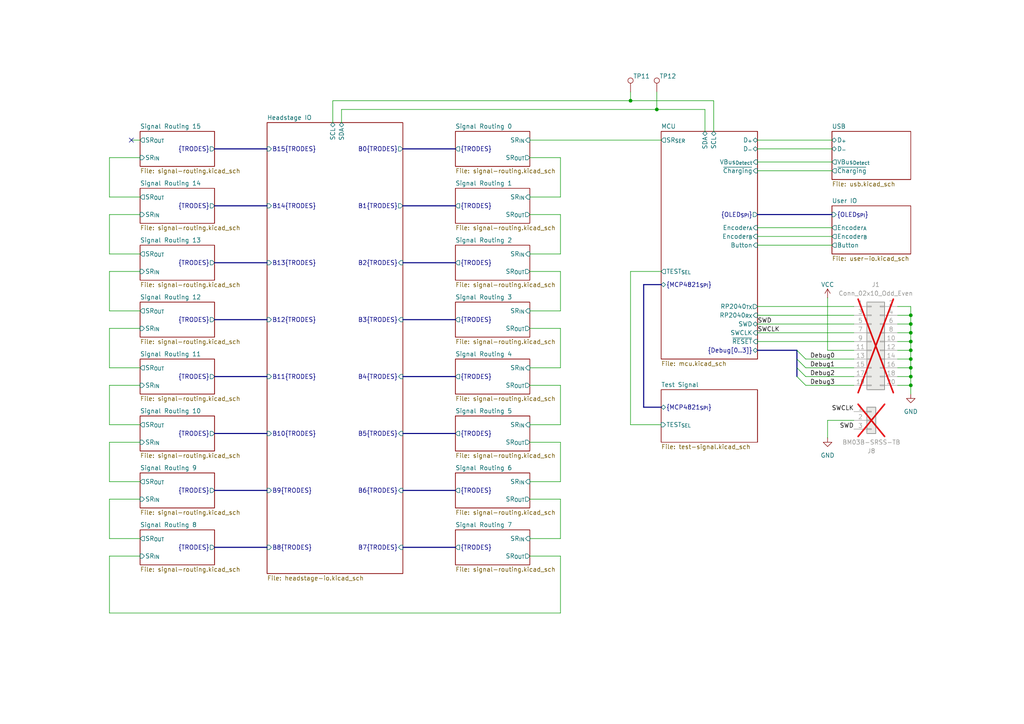
<source format=kicad_sch>
(kicad_sch (version 20231120) (generator "eeschema") (generator_version "8.0")
  (paper "A4")
  (title_block (title "Extracellular Electrophysiology Test Board") (rev "A") (company "Open Ephys, Inc") (comment 1 "Jonathan P. Newman"))
  (lib_symbols
    (symbol "Connector:TestPoint" (pin_numbers hide) (pin_names (offset 0.762) hide)
      (property "Reference" "TP" (at 0 6.858 0))
      (property "Value" "TestPoint" (at 0 5.08 0))
      (symbol "TestPoint_0_1"
        (circle (center 0 3.302) (radius 0.762))
      )
      (symbol "TestPoint_1_1"
        (pin passive line (at 0 0 90) (length 2.54) (name "1") (number "1"))
      )
    )
    (symbol "Connector_Generic:Conn_01x03" (pin_names (offset 1.016) hide)
      (property "Reference" "J" (at 0 5.08 0))
      (property "Value" "Conn_01x03" (at 0 -5.08 0))
      (symbol "Conn_01x03_1_1"
        (rectangle (start -1.27 -2.413) (end 0 -2.667) (stroke (width 0.1524)))
        (rectangle (start -1.27 0.127) (end 0 -0.127) (stroke (width 0.1524)))
        (rectangle (start -1.27 2.667) (end 0 2.413) (stroke (width 0.1524)))
        (rectangle (start -1.27 3.81) (end 1.27 -3.81) (stroke (width 0.254)) (fill (type background)))
        (pin passive line (at -5.08 2.54 0) (length 3.81) (name "Pin_1") (number "1"))
        (pin passive line (at -5.08 0 0) (length 3.81) (name "Pin_2") (number "2"))
        (pin passive line (at -5.08 -2.54 0) (length 3.81) (name "Pin_3") (number "3"))
      )
    )
    (symbol "Connector_Generic:Conn_02x10_Odd_Even" (pin_names (offset 1.016) hide)
      (property "Reference" "J" (at 1.27 12.7 0))
      (property "Value" "Conn_02x10_Odd_Even" (at 1.27 -15.24 0))
      (symbol "Conn_02x10_Odd_Even_1_1"
        (rectangle (start -1.27 -12.573) (end 0 -12.827) (stroke (width 0.1524)))
        (rectangle (start -1.27 -10.033) (end 0 -10.287) (stroke (width 0.1524)))
        (rectangle (start -1.27 -7.493) (end 0 -7.747) (stroke (width 0.1524)))
        (rectangle (start -1.27 -4.953) (end 0 -5.207) (stroke (width 0.1524)))
        (rectangle (start -1.27 -2.413) (end 0 -2.667) (stroke (width 0.1524)))
        (rectangle (start -1.27 0.127) (end 0 -0.127) (stroke (width 0.1524)))
        (rectangle (start -1.27 2.667) (end 0 2.413) (stroke (width 0.1524)))
        (rectangle (start -1.27 5.207) (end 0 4.953) (stroke (width 0.1524)))
        (rectangle (start -1.27 7.747) (end 0 7.493) (stroke (width 0.1524)))
        (rectangle (start -1.27 10.287) (end 0 10.033) (stroke (width 0.1524)))
        (rectangle (start -1.27 11.43) (end 3.81 -13.97) (stroke (width 0.254)) (fill (type background)))
        (rectangle (start 3.81 -12.573) (end 2.54 -12.827) (stroke (width 0.1524)))
        (rectangle (start 3.81 -10.033) (end 2.54 -10.287) (stroke (width 0.1524)))
        (rectangle (start 3.81 -7.493) (end 2.54 -7.747) (stroke (width 0.1524)))
        (rectangle (start 3.81 -4.953) (end 2.54 -5.207) (stroke (width 0.1524)))
        (rectangle (start 3.81 -2.413) (end 2.54 -2.667) (stroke (width 0.1524)))
        (rectangle (start 3.81 0.127) (end 2.54 -0.127) (stroke (width 0.1524)))
        (rectangle (start 3.81 2.667) (end 2.54 2.413) (stroke (width 0.1524)))
        (rectangle (start 3.81 5.207) (end 2.54 4.953) (stroke (width 0.1524)))
        (rectangle (start 3.81 7.747) (end 2.54 7.493) (stroke (width 0.1524)))
        (rectangle (start 3.81 10.287) (end 2.54 10.033) (stroke (width 0.1524)))
        (pin passive line (at -5.08 10.16 0) (length 3.81) (name "Pin_1") (number "1"))
        (pin passive line (at 7.62 0 180) (length 3.81) (name "Pin_10") (number "10"))
        (pin passive line (at -5.08 -2.54 0) (length 3.81) (name "Pin_11") (number "11"))
        (pin passive line (at 7.62 -2.54 180) (length 3.81) (name "Pin_12") (number "12"))
        (pin passive line (at -5.08 -5.08 0) (length 3.81) (name "Pin_13") (number "13"))
        (pin passive line (at 7.62 -5.08 180) (length 3.81) (name "Pin_14") (number "14"))
        (pin passive line (at -5.08 -7.62 0) (length 3.81) (name "Pin_15") (number "15"))
        (pin passive line (at 7.62 -7.62 180) (length 3.81) (name "Pin_16") (number "16"))
        (pin passive line (at -5.08 -10.16 0) (length 3.81) (name "Pin_17") (number "17"))
        (pin passive line (at 7.62 -10.16 180) (length 3.81) (name "Pin_18") (number "18"))
        (pin passive line (at -5.08 -12.7 0) (length 3.81) (name "Pin_19") (number "19"))
        (pin passive line (at 7.62 10.16 180) (length 3.81) (name "Pin_2") (number "2"))
        (pin passive line (at 7.62 -12.7 180) (length 3.81) (name "Pin_20") (number "20"))
        (pin passive line (at -5.08 7.62 0) (length 3.81) (name "Pin_3") (number "3"))
        (pin passive line (at 7.62 7.62 180) (length 3.81) (name "Pin_4") (number "4"))
        (pin passive line (at -5.08 5.08 0) (length 3.81) (name "Pin_5") (number "5"))
        (pin passive line (at 7.62 5.08 180) (length 3.81) (name "Pin_6") (number "6"))
        (pin passive line (at -5.08 2.54 0) (length 3.81) (name "Pin_7") (number "7"))
        (pin passive line (at 7.62 2.54 180) (length 3.81) (name "Pin_8") (number "8"))
        (pin passive line (at -5.08 0 0) (length 3.81) (name "Pin_9") (number "9"))
      )
    )
    (symbol "power:GND" (power) (pin_numbers hide) (pin_names (offset 0) hide)
      (property "Value" "GND" (at 0 -3.81 0))
      (symbol "GND_0_1"
        (polyline (pts (xy 0 0) (xy 0 -1.27) (xy 1.27 -1.27) (xy 0 -2.54) (xy -1.27 -1.27) (xy 0 -1.27)))
      )
      (symbol "GND_1_1"
        (pin power_in line (at 0 0 270) (length 0) (name "~") (number "1"))
      )
    )
    (symbol "power:VCC" (power) (pin_numbers hide) (pin_names (offset 0) hide)
      (property "Value" "VCC" (at 0 3.556 0))
      (symbol "VCC_0_1"
        (polyline (pts (xy -0.762 1.27) (xy 0 2.54)))
        (polyline (pts (xy 0 0) (xy 0 2.54)))
        (polyline (pts (xy 0 2.54) (xy 0.762 1.27)))
      )
      (symbol "VCC_1_1"
        (pin power_in line (at 0 0 90) (length 0) (name "~") (number "1"))
      )
    )
  )
  (junction (at 264.16 96.52))
  (junction (at 264.16 91.44))
  (junction (at 264.16 109.22))
  (junction (at 264.16 99.06))
  (junction (at 264.16 93.98))
  (junction (at 264.16 101.6))
  (junction (at 190.5 31.75))
  (junction (at 264.16 111.76))
  (junction (at 264.16 106.68))
  (junction (at 264.16 104.14))
  (junction (at 182.88 29.21))
  (no_connect (at 38.1 40.64))
  (bus_entry (at 233.68 109.22) (size -2.54 -2.54))
  (bus_entry (at 233.68 106.68) (size -2.54 -2.54))
  (bus_entry (at 233.68 111.76) (size -2.54 -2.54))
  (bus_entry (at 233.68 104.14) (size -2.54 -2.54))
  (bus (pts (xy 77.47 109.22) (xy 62.23 109.22)))
  (bus (pts (xy 219.71 101.6) (xy 231.14 101.6)))
  (bus (pts (xy 77.47 59.69) (xy 62.23 59.69)))
  (wire (pts (xy 219.71 46.99) (xy 241.3 46.99)))
  (wire (pts (xy 31.75 123.19) (xy 31.75 111.76)))
  (wire (pts (xy 247.65 101.6) (xy 240.03 101.6)))
  (wire (pts (xy 264.16 93.98) (xy 264.16 96.52)))
  (wire (pts (xy 182.88 78.74) (xy 182.88 123.19)))
  (wire (pts (xy 162.56 73.66) (xy 153.67 73.66)))
  (wire (pts (xy 31.75 62.23) (xy 40.64 62.23)))
  (wire (pts (xy 162.56 62.23) (xy 162.56 73.66)))
  (wire (pts (xy 219.71 71.12) (xy 241.3 71.12)))
  (wire (pts (xy 31.75 139.7) (xy 31.75 128.27)))
  (wire (pts (xy 96.52 29.21) (xy 182.88 29.21)))
  (wire (pts (xy 260.35 96.52) (xy 264.16 96.52)))
  (wire (pts (xy 31.75 156.21) (xy 31.75 144.78)))
  (wire (pts (xy 233.68 111.76) (xy 247.65 111.76)))
  (wire (pts (xy 233.68 109.22) (xy 247.65 109.22)))
  (bus (pts (xy 77.47 43.18) (xy 62.23 43.18)))
  (wire (pts (xy 162.56 78.74) (xy 162.56 90.17)))
  (wire (pts (xy 31.75 57.15) (xy 40.64 57.15)))
  (wire (pts (xy 260.35 99.06) (xy 264.16 99.06)))
  (wire (pts (xy 264.16 106.68) (xy 264.16 109.22)))
  (bus (pts (xy 116.84 92.71) (xy 132.08 92.71)))
  (wire (pts (xy 233.68 104.14) (xy 247.65 104.14)))
  (wire (pts (xy 162.56 57.15) (xy 153.67 57.15)))
  (wire (pts (xy 162.56 128.27) (xy 162.56 139.7)))
  (wire (pts (xy 264.16 111.76) (xy 264.16 114.3)))
  (wire (pts (xy 219.71 91.44) (xy 247.65 91.44)))
  (wire (pts (xy 162.56 156.21) (xy 153.67 156.21)))
  (wire (pts (xy 153.67 161.29) (xy 162.56 161.29)))
  (wire (pts (xy 38.1 40.64) (xy 40.64 40.64)))
  (wire (pts (xy 31.75 156.21) (xy 40.64 156.21)))
  (wire (pts (xy 153.67 40.64) (xy 191.77 40.64)))
  (wire (pts (xy 207.01 38.1) (xy 207.01 29.21)))
  (bus (pts (xy 231.14 101.6) (xy 231.14 104.14)))
  (wire (pts (xy 153.67 111.76) (xy 162.56 111.76)))
  (wire (pts (xy 247.65 121.92) (xy 240.03 121.92)))
  (wire (pts (xy 264.16 99.06) (xy 264.16 101.6)))
  (wire (pts (xy 264.16 88.9) (xy 264.16 91.44)))
  (wire (pts (xy 219.71 49.53) (xy 241.3 49.53)))
  (bus (pts (xy 77.47 142.24) (xy 62.23 142.24)))
  (wire (pts (xy 31.75 106.68) (xy 40.64 106.68)))
  (wire (pts (xy 240.03 121.92) (xy 240.03 127)))
  (wire (pts (xy 182.88 78.74) (xy 191.77 78.74)))
  (wire (pts (xy 219.71 68.58) (xy 241.3 68.58)))
  (wire (pts (xy 260.35 93.98) (xy 264.16 93.98)))
  (wire (pts (xy 31.75 73.66) (xy 40.64 73.66)))
  (bus (pts (xy 231.14 106.68) (xy 231.14 109.22)))
  (wire (pts (xy 31.75 95.25) (xy 40.64 95.25)))
  (wire (pts (xy 264.16 109.22) (xy 264.16 111.76)))
  (wire (pts (xy 153.67 78.74) (xy 162.56 78.74)))
  (wire (pts (xy 31.75 111.76) (xy 40.64 111.76)))
  (wire (pts (xy 153.67 95.25) (xy 162.56 95.25)))
  (wire (pts (xy 182.88 123.19) (xy 191.77 123.19)))
  (wire (pts (xy 260.35 101.6) (xy 264.16 101.6)))
  (bus (pts (xy 116.84 76.2) (xy 132.08 76.2)))
  (wire (pts (xy 264.16 104.14) (xy 264.16 106.68)))
  (wire (pts (xy 31.75 73.66) (xy 31.75 62.23)))
  (wire (pts (xy 260.35 109.22) (xy 264.16 109.22)))
  (wire (pts (xy 153.67 45.72) (xy 162.56 45.72)))
  (wire (pts (xy 162.56 139.7) (xy 153.67 139.7)))
  (bus (pts (xy 77.47 76.2) (xy 62.23 76.2)))
  (wire (pts (xy 264.16 91.44) (xy 264.16 93.98)))
  (wire (pts (xy 31.75 161.29) (xy 40.64 161.29)))
  (bus (pts (xy 231.14 104.14) (xy 231.14 106.68)))
  (bus (pts (xy 116.84 109.22) (xy 132.08 109.22)))
  (wire (pts (xy 31.75 90.17) (xy 31.75 78.74)))
  (wire (pts (xy 219.71 43.18) (xy 241.3 43.18)))
  (bus (pts (xy 219.71 62.23) (xy 241.3 62.23)))
  (wire (pts (xy 99.06 35.56) (xy 99.06 31.75)))
  (wire (pts (xy 31.75 90.17) (xy 40.64 90.17)))
  (wire (pts (xy 31.75 177.8) (xy 31.75 161.29)))
  (wire (pts (xy 153.67 144.78) (xy 162.56 144.78)))
  (wire (pts (xy 219.71 96.52) (xy 247.65 96.52)))
  (wire (pts (xy 96.52 29.21) (xy 96.52 35.56)))
  (wire (pts (xy 219.71 88.9) (xy 247.65 88.9)))
  (bus (pts (xy 116.84 142.24) (xy 132.08 142.24)))
  (wire (pts (xy 162.56 45.72) (xy 162.56 57.15)))
  (wire (pts (xy 264.16 101.6) (xy 264.16 104.14)))
  (wire (pts (xy 219.71 99.06) (xy 247.65 99.06)))
  (wire (pts (xy 233.68 106.68) (xy 247.65 106.68)))
  (wire (pts (xy 31.75 57.15) (xy 31.75 45.72)))
  (wire (pts (xy 260.35 91.44) (xy 264.16 91.44)))
  (wire (pts (xy 190.5 31.75) (xy 204.47 31.75)))
  (bus (pts (xy 186.69 82.55) (xy 186.69 118.11)))
  (wire (pts (xy 31.75 45.72) (xy 40.64 45.72)))
  (bus (pts (xy 77.47 125.73) (xy 62.23 125.73)))
  (wire (pts (xy 204.47 31.75) (xy 204.47 38.1)))
  (bus (pts (xy 77.47 158.75) (xy 62.23 158.75)))
  (wire (pts (xy 260.35 88.9) (xy 264.16 88.9)))
  (wire (pts (xy 264.16 96.52) (xy 264.16 99.06)))
  (wire (pts (xy 162.56 106.68) (xy 153.67 106.68)))
  (bus (pts (xy 77.47 92.71) (xy 62.23 92.71)))
  (wire (pts (xy 260.35 106.68) (xy 264.16 106.68)))
  (bus (pts (xy 116.84 125.73) (xy 132.08 125.73)))
  (bus (pts (xy 116.84 158.75) (xy 132.08 158.75)))
  (wire (pts (xy 31.75 128.27) (xy 40.64 128.27)))
  (wire (pts (xy 162.56 161.29) (xy 162.56 177.8)))
  (wire (pts (xy 219.71 93.98) (xy 247.65 93.98)))
  (wire (pts (xy 260.35 104.14) (xy 264.16 104.14)))
  (bus (pts (xy 116.84 59.69) (xy 132.08 59.69)))
  (wire (pts (xy 190.5 26.67) (xy 190.5 31.75)))
  (wire (pts (xy 219.71 40.64) (xy 241.3 40.64)))
  (wire (pts (xy 260.35 111.76) (xy 264.16 111.76)))
  (wire (pts (xy 99.06 31.75) (xy 190.5 31.75)))
  (wire (pts (xy 219.71 66.04) (xy 241.3 66.04)))
  (bus (pts (xy 191.77 118.11) (xy 186.69 118.11)))
  (wire (pts (xy 182.88 29.21) (xy 207.01 29.21)))
  (wire (pts (xy 153.67 128.27) (xy 162.56 128.27)))
  (wire (pts (xy 182.88 26.67) (xy 182.88 29.21)))
  (wire (pts (xy 162.56 111.76) (xy 162.56 123.19)))
  (wire (pts (xy 240.03 86.36) (xy 240.03 101.6)))
  (wire (pts (xy 162.56 177.8) (xy 31.75 177.8)))
  (wire (pts (xy 31.75 106.68) (xy 31.75 95.25)))
  (wire (pts (xy 31.75 78.74) (xy 40.64 78.74)))
  (wire (pts (xy 31.75 144.78) (xy 40.64 144.78)))
  (wire (pts (xy 162.56 90.17) (xy 153.67 90.17)))
  (wire (pts (xy 31.75 123.19) (xy 40.64 123.19)))
  (wire (pts (xy 162.56 95.25) (xy 162.56 106.68)))
  (wire (pts (xy 153.67 62.23) (xy 162.56 62.23)))
  (wire (pts (xy 31.75 139.7) (xy 40.64 139.7)))
  (wire (pts (xy 162.56 144.78) (xy 162.56 156.21)))
  (bus (pts (xy 186.69 82.55) (xy 191.77 82.55)))
  (wire (pts (xy 162.56 123.19) (xy 153.67 123.19)))
  (bus (pts (xy 116.84 43.18) (xy 132.08 43.18)))
  (label "Debug1" (at 234.95 106.68 0))
  (label "Debug0" (at 234.95 104.14 0))
  (label "SWCLK" (at 219.71 96.52 0))
  (label "SWD" (at 247.65 124.46 180))
  (label "SWCLK" (at 247.65 119.38 180))
  (label "Debug2" (at 234.95 109.22 0))
  (label "Debug3" (at 234.95 111.76 0))
  (label "SWD" (at 219.71 93.98 0))
  (symbol (lib_id "power:VCC") (at 240.03 86.36 0) (mirror y) (unit 1)
    (property "Reference" "#PWR0771" (effects (hide yes)))
    (property "Value" "VCC" (at 240.03 82.55 0))
    (property "Description" "Power symbol creates a global label with name \"VCC\"" (effects (hide yes)))
  )
  (symbol (lib_id "power:GND") (at 264.16 114.3 0) (mirror y) (unit 1)
    (property "Reference" "#PWR01" (effects (hide yes)))
    (property "Value" "GND" (at 264.16 119.38 0))
    (property "Description" "Power symbol creates a global label with name \"GND\" , ground" (effects (hide yes)))
  )
  (symbol (lib_id "Connector_Generic:Conn_02x10_Odd_Even") (at 252.73 99.06 0) (unit 1) (in_bom no) (dnp yes)
    (property "Reference" "J1" (at 254 82.55 0))
    (property "Value" "Conn_02x10_Odd_Even" (at 254 85.09 0))
    (property "Footprint" "Connector_PinSocket_2.54mm:PinSocket_2x10_P2.54mm_Vertical" (effects (hide yes)))
    (property "Description" "Generic connector, double row, 02x10, odd/even pin numbering scheme (row 1 odd numbers, row 2 even numbers), script generated (kicad-library-utils/schlib/autogen/connector/)" (effects (hide yes)))
  )
  (symbol (lib_id "Connector_Generic:Conn_01x03") (at 252.73 121.92 0) (unit 1) (dnp yes)
    (property "Reference" "J8" (at 252.73 130.81 0))
    (property "Value" "BM03B-SRSS-TB" (at 252.73 128.27 0))
    (property "Footprint" "Connector_JST:JST_SH_BM03B-SRSS-TB_1x03-1MP_P1.00mm_Vertical" (effects (hide yes)))
    (property "Description" "Generic connector, single row, 01x03, script generated (kicad-library-utils/schlib/autogen/connector/)" (effects (hide yes)))
  )
  (symbol (lib_id "Connector:TestPoint") (at 190.5 26.67 0) (unit 1)
    (property "Reference" "TP12" (at 191.262 22.098 0) (effects (justify left)))
    (property "Value" "VCC" (effects (hide yes)))
    (property "Footprint" "TestPoint:TestPoint_Pad_D2.0mm" (effects (hide yes)))
    (property "Description" "test point" (effects (hide yes)))
  )
  (symbol (lib_id "Connector:TestPoint") (at 182.88 26.67 0) (unit 1)
    (property "Reference" "TP11" (at 183.642 22.098 0) (effects (justify left)))
    (property "Value" "VCC" (effects (hide yes)))
    (property "Footprint" "TestPoint:TestPoint_Pad_D2.0mm" (effects (hide yes)))
    (property "Description" "test point" (effects (hide yes)))
  )
  (symbol (lib_id "power:GND") (at 240.03 127 0) (mirror y) (unit 1)
    (property "Reference" "#PWR0772" (effects (hide yes)))
    (property "Value" "GND" (at 240.03 132.08 0))
    (property "Description" "Power symbol creates a global label with name \"GND\" , ground" (effects (hide yes)))
  )
  (sheet (at 241.3 59.69) (size 22.86 13.97) (stroke (width 0.1524))
    (property "Sheetname" "User IO" (at 241.3 58.9784 0) (effects (justify left bottom)))
    (property "Sheetfile" "user-io.kicad_sch" (at 241.3 74.2446 0) (effects (justify left top)))
    (pin "{OLED_{SPI}}" input (at 241.3 62.23 180))
    (pin "Encoder_{A}" output (at 241.3 66.04 180))
    (pin "Encoder_{B}" output (at 241.3 68.58 180))
    (pin "Button" output (at 241.3 71.12 180))
  )
  (sheet (at 132.08 104.14) (size 21.59 10.16) (stroke (width 0.1524))
    (property "Sheetname" "Signal Routing 4" (at 132.08 103.4284 0) (effects (justify left bottom)))
    (property "Sheetfile" "signal-routing.kicad_sch" (at 132.08 114.8846 0) (effects (justify left top)))
    (pin "SR_{OUT}" output (at 153.67 111.76 0))
    (pin "SR_{IN}" input (at 153.67 106.68 0))
    (pin "{TRODES}" output (at 132.08 109.22 180))
  )
  (sheet (at 132.08 54.61) (size 21.59 10.16) (stroke (width 0.1524))
    (property "Sheetname" "Signal Routing 1" (at 132.08 53.8984 0) (effects (justify left bottom)))
    (property "Sheetfile" "signal-routing.kicad_sch" (at 132.08 65.3546 0) (effects (justify left top)))
    (pin "SR_{OUT}" output (at 153.67 62.23 0))
    (pin "SR_{IN}" input (at 153.67 57.15 0))
    (pin "{TRODES}" output (at 132.08 59.69 180))
  )
  (sheet (at 132.08 38.1) (size 21.59 10.16) (stroke (width 0.1524))
    (property "Sheetname" "Signal Routing 0" (at 132.08 37.3884 0) (effects (justify left bottom)))
    (property "Sheetfile" "signal-routing.kicad_sch" (at 132.08 48.8446 0) (effects (justify left top)))
    (pin "SR_{OUT}" output (at 153.67 45.72 0))
    (pin "SR_{IN}" input (at 153.67 40.64 0))
    (pin "{TRODES}" output (at 132.08 43.18 180))
  )
  (sheet (at 132.08 120.65) (size 21.59 10.16) (stroke (width 0.1524))
    (property "Sheetname" "Signal Routing 5" (at 132.08 119.9384 0) (effects (justify left bottom)))
    (property "Sheetfile" "signal-routing.kicad_sch" (at 132.08 131.3946 0) (effects (justify left top)))
    (pin "SR_{OUT}" output (at 153.67 128.27 0))
    (pin "SR_{IN}" input (at 153.67 123.19 0))
    (pin "{TRODES}" output (at 132.08 125.73 180))
  )
  (sheet (at 132.08 137.16) (size 21.59 10.16) (stroke (width 0.1524))
    (property "Sheetname" "Signal Routing 6" (at 132.08 136.4484 0) (effects (justify left bottom)))
    (property "Sheetfile" "signal-routing.kicad_sch" (at 132.08 147.9046 0) (effects (justify left top)))
    (pin "SR_{OUT}" output (at 153.67 144.78 0))
    (pin "SR_{IN}" input (at 153.67 139.7 0))
    (pin "{TRODES}" output (at 132.08 142.24 180))
  )
  (sheet (at 40.64 153.67) (size 21.59 10.16) (stroke (width 0.1524))
    (property "Sheetname" "Signal Routing 8" (at 40.64 152.9584 0) (effects (justify left bottom)))
    (property "Sheetfile" "signal-routing.kicad_sch" (at 40.64 164.4146 0) (effects (justify left top)))
    (pin "SR_{OUT}" output (at 40.64 156.21 180))
    (pin "SR_{IN}" input (at 40.64 161.29 180))
    (pin "{TRODES}" output (at 62.23 158.75 0))
  )
  (sheet (at 241.3 38.1) (size 22.86 13.97) (stroke (width 0.1524))
    (property "Sheetname" "USB" (at 241.3 37.3884 0) (effects (justify left bottom)))
    (property "Sheetfile" "usb.kicad_sch" (at 241.3 52.6546 0) (effects (justify left top)))
    (pin "D_{-}" bidirectional (at 241.3 43.18 180))
    (pin "D_{+}" bidirectional (at 241.3 40.64 180))
    (pin "VBus_{Detect}" output (at 241.3 46.99 180))
    (pin "~{Charging}" output (at 241.3 49.53 180))
  )
  (sheet (at 191.77 38.1) (size 27.94 66.04) (stroke (width 0.1524))
    (property "Sheetname" "MCU" (at 191.77 37.3884 0) (effects (justify left bottom)))
    (property "Sheetfile" "mcu.kicad_sch" (at 191.77 104.7246 0) (effects (justify left top)))
    (pin "D_{-}" bidirectional (at 219.71 43.18 0))
    (pin "D_{+}" bidirectional (at 219.71 40.64 0))
    (pin "RP2040_{TX}" output (at 219.71 88.9 0))
    (pin "SR_{SER}" output (at 191.77 40.64 180))
    (pin "{MCP4821_{SPI}}" bidirectional (at 191.77 82.55 180))
    (pin "TEST_{SEL}" output (at 191.77 78.74 180))
    (pin "{Debug[0..3]}" bidirectional (at 219.71 101.6 0))
    (pin "~{RESET}" input (at 219.71 99.06 0))
    (pin "SWD" bidirectional (at 219.71 93.98 0))
    (pin "SWCLK" input (at 219.71 96.52 0))
    (pin "RP2040_{RX}" input (at 219.71 91.44 0))
    (pin "Encoder_{B}" input (at 219.71 68.58 0))
    (pin "Encoder_{A}" input (at 219.71 66.04 0))
    (pin "{OLED_{SPI}}" output (at 219.71 62.23 0))
    (pin "Button" input (at 219.71 71.12 0))
    (pin "VBus_{Detect}" input (at 219.71 46.99 0))
    (pin "~{Charging}" input (at 219.71 49.53 0))
    (pin "SDA" bidirectional (at 204.47 38.1 90))
    (pin "SCL" bidirectional (at 207.01 38.1 90))
  )
  (sheet (at 40.64 71.12) (size 21.59 10.16) (stroke (width 0.1524))
    (property "Sheetname" "Signal Routing 13" (at 40.64 70.4084 0) (effects (justify left bottom)))
    (property "Sheetfile" "signal-routing.kicad_sch" (at 40.64 81.8646 0) (effects (justify left top)))
    (pin "SR_{OUT}" output (at 40.64 73.66 180))
    (pin "SR_{IN}" input (at 40.64 78.74 180))
    (pin "{TRODES}" output (at 62.23 76.2 0))
  )
  (sheet (at 132.08 153.67) (size 21.59 10.16) (stroke (width 0.1524))
    (property "Sheetname" "Signal Routing 7" (at 132.08 152.9584 0) (effects (justify left bottom)))
    (property "Sheetfile" "signal-routing.kicad_sch" (at 132.08 164.4146 0) (effects (justify left top)))
    (pin "SR_{OUT}" output (at 153.67 161.29 0))
    (pin "SR_{IN}" input (at 153.67 156.21 0))
    (pin "{TRODES}" output (at 132.08 158.75 180))
  )
  (sheet (at 132.08 87.63) (size 21.59 10.16) (stroke (width 0.1524))
    (property "Sheetname" "Signal Routing 3" (at 132.08 86.9184 0) (effects (justify left bottom)))
    (property "Sheetfile" "signal-routing.kicad_sch" (at 132.08 98.3746 0) (effects (justify left top)))
    (pin "SR_{OUT}" output (at 153.67 95.25 0))
    (pin "SR_{IN}" input (at 153.67 90.17 0))
    (pin "{TRODES}" output (at 132.08 92.71 180))
  )
  (sheet (at 40.64 54.61) (size 21.59 10.16) (stroke (width 0.1524))
    (property "Sheetname" "Signal Routing 14" (at 40.64 53.8984 0) (effects (justify left bottom)))
    (property "Sheetfile" "signal-routing.kicad_sch" (at 40.64 65.3546 0) (effects (justify left top)))
    (pin "SR_{OUT}" output (at 40.64 57.15 180))
    (pin "SR_{IN}" input (at 40.64 62.23 180))
    (pin "{TRODES}" output (at 62.23 59.69 0))
  )
  (sheet (at 40.64 38.1) (size 21.59 10.16) (stroke (width 0.1524))
    (property "Sheetname" "Signal Routing 15" (at 40.64 37.3884 0) (effects (justify left bottom)))
    (property "Sheetfile" "signal-routing.kicad_sch" (at 40.64 48.8446 0) (effects (justify left top)))
    (pin "SR_{OUT}" output (at 40.64 40.64 180))
    (pin "SR_{IN}" input (at 40.64 45.72 180))
    (pin "{TRODES}" output (at 62.23 43.18 0))
  )
  (sheet (at 40.64 87.63) (size 21.59 10.16) (stroke (width 0.1524))
    (property "Sheetname" "Signal Routing 12" (at 40.64 86.9184 0) (effects (justify left bottom)))
    (property "Sheetfile" "signal-routing.kicad_sch" (at 40.64 98.3746 0) (effects (justify left top)))
    (pin "SR_{OUT}" output (at 40.64 90.17 180))
    (pin "SR_{IN}" input (at 40.64 95.25 180))
    (pin "{TRODES}" output (at 62.23 92.71 0))
  )
  (sheet (at 191.77 113.03) (size 27.94 15.24) (stroke (width 0.1524))
    (property "Sheetname" "Test Signal" (at 191.77 112.3184 0) (effects (justify left bottom)))
    (property "Sheetfile" "test-signal.kicad_sch" (at 191.77 128.8546 0) (effects (justify left top)))
    (pin "{MCP4821_{SPI}}" bidirectional (at 191.77 118.11 180))
    (pin "TEST_{SEL}" input (at 191.77 123.19 180))
  )
  (sheet (at 40.64 137.16) (size 21.59 10.16) (stroke (width 0.1524))
    (property "Sheetname" "Signal Routing 9" (at 40.64 136.4484 0) (effects (justify left bottom)))
    (property "Sheetfile" "signal-routing.kicad_sch" (at 40.64 147.9046 0) (effects (justify left top)))
    (pin "SR_{OUT}" output (at 40.64 139.7 180))
    (pin "SR_{IN}" input (at 40.64 144.78 180))
    (pin "{TRODES}" output (at 62.23 142.24 0))
  )
  (sheet (at 40.64 120.65) (size 21.59 10.16) (stroke (width 0.1524))
    (property "Sheetname" "Signal Routing 10" (at 40.64 119.9384 0) (effects (justify left bottom)))
    (property "Sheetfile" "signal-routing.kicad_sch" (at 40.64 131.3946 0) (effects (justify left top)))
    (pin "SR_{OUT}" output (at 40.64 123.19 180))
    (pin "SR_{IN}" input (at 40.64 128.27 180))
    (pin "{TRODES}" output (at 62.23 125.73 0))
  )
  (sheet (at 40.64 104.14) (size 21.59 10.16) (stroke (width 0.1524))
    (property "Sheetname" "Signal Routing 11" (at 40.64 103.4284 0) (effects (justify left bottom)))
    (property "Sheetfile" "signal-routing.kicad_sch" (at 40.64 114.8846 0) (effects (justify left top)))
    (pin "SR_{OUT}" output (at 40.64 106.68 180))
    (pin "SR_{IN}" input (at 40.64 111.76 180))
    (pin "{TRODES}" output (at 62.23 109.22 0))
  )
  (sheet (at 132.08 71.12) (size 21.59 10.16) (stroke (width 0.1524))
    (property "Sheetname" "Signal Routing 2" (at 132.08 70.4084 0) (effects (justify left bottom)))
    (property "Sheetfile" "signal-routing.kicad_sch" (at 132.08 81.8646 0) (effects (justify left top)))
    (pin "SR_{OUT}" output (at 153.67 78.74 0))
    (pin "SR_{IN}" input (at 153.67 73.66 0))
    (pin "{TRODES}" output (at 132.08 76.2 180))
  )
  (sheet (at 77.47 35.56) (size 39.37 130.81) (stroke (width 0.1524))
    (property "Sheetname" "Headstage IO" (at 77.47 34.8484 0) (effects (justify left bottom)))
    (property "Sheetfile" "headstage-io.kicad_sch" (at 77.47 166.9546 0) (effects (justify left top)))
    (pin "B1{TRODES}" output (at 116.84 59.69 0))
    (pin "B0{TRODES}" output (at 116.84 43.18 0))
    (pin "B5{TRODES}" input (at 116.84 125.73 0))
    (pin "B10{TRODES}" input (at 77.47 125.73 180))
    (pin "B6{TRODES}" input (at 116.84 142.24 0))
    (pin "B7{TRODES}" input (at 116.84 158.75 0))
    (pin "B9{TRODES}" input (at 77.47 142.24 180))
    (pin "B11{TRODES}" input (at 77.47 109.22 180))
    (pin "B4{TRODES}" input (at 116.84 109.22 0))
    (pin "B8{TRODES}" input (at 77.47 158.75 180))
    (pin "B3{TRODES}" input (at 116.84 92.71 0))
    (pin "B2{TRODES}" input (at 116.84 76.2 0))
    (pin "B12{TRODES}" input (at 77.47 92.71 180))
    (pin "B15{TRODES}" input (at 77.47 43.18 180))
    (pin "B13{TRODES}" input (at 77.47 76.2 180))
    (pin "B14{TRODES}" input (at 77.47 59.69 180))
    (pin "SCL" bidirectional (at 96.52 35.56 90))
    (pin "SDA" bidirectional (at 99.06 35.56 90))
  )
)
</source>
